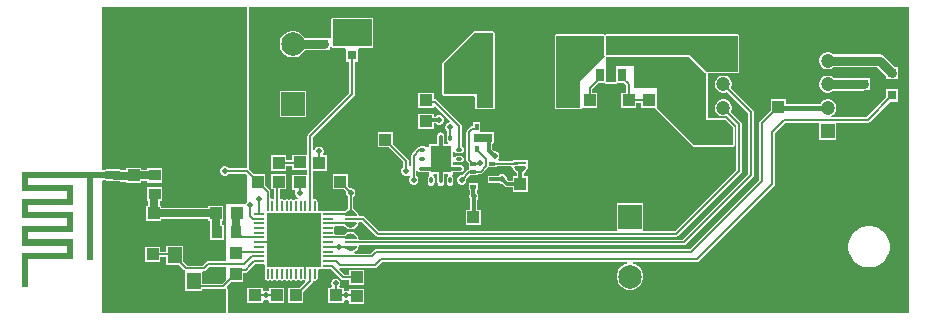
<source format=gtl>
G04*
G04 #@! TF.GenerationSoftware,Altium Limited,Altium Designer,24.7.2 (38)*
G04*
G04 Layer_Physical_Order=1*
G04 Layer_Color=255*
%FSLAX44Y44*%
%MOMM*%
G71*
G04*
G04 #@! TF.SameCoordinates,5F2224E1-EEEE-49E5-A837-5A6DF9339696*
G04*
G04*
G04 #@! TF.FilePolarity,Positive*
G04*
G01*
G75*
%ADD12C,0.2000*%
%ADD15R,1.0000X1.0500*%
%ADD16R,0.5000X0.3500*%
%ADD17R,1.0500X1.0000*%
%ADD18O,0.6500X0.3000*%
%ADD19O,0.3000X0.6500*%
%ADD20R,1.8000X2.3000*%
%ADD21R,1.0000X0.2540*%
G04:AMPARAMS|DCode=22|XSize=1.1mm|YSize=0.6mm|CornerRadius=0.051mm|HoleSize=0mm|Usage=FLASHONLY|Rotation=90.000|XOffset=0mm|YOffset=0mm|HoleType=Round|Shape=RoundedRectangle|*
%AMROUNDEDRECTD22*
21,1,1.1000,0.4980,0,0,90.0*
21,1,0.9980,0.6000,0,0,90.0*
1,1,0.1020,0.2490,0.4990*
1,1,0.1020,0.2490,-0.4990*
1,1,0.1020,-0.2490,-0.4990*
1,1,0.1020,-0.2490,0.4990*
%
%ADD22ROUNDEDRECTD22*%
%ADD23O,0.8500X0.2000*%
%ADD24O,0.2000X0.8500*%
%ADD25R,4.6000X4.6000*%
%ADD26R,0.8000X0.8000*%
%ADD27R,1.1500X1.4000*%
%ADD28R,1.0000X0.9500*%
%ADD29R,1.0000X1.0000*%
%ADD30R,0.9500X1.0000*%
%ADD31R,1.5000X1.1000*%
%ADD32R,1.5000X2.4000*%
%ADD33R,1.1000X1.5000*%
%ADD35C,0.1500*%
%ADD44R,1.6000X0.7000*%
%ADD55R,1.2000X1.2000*%
%ADD56C,1.2000*%
%ADD57C,0.1524*%
%ADD58R,0.3500X0.5500*%
%AMCUSTOMSHAPE59*
4,1,38,0.5080,0.3683,0.5080,-0.3658,-0.3534,-0.3658,-1.0160,-0.2538,-1.7659,-0.2538,-1.7780,-7.1882,-2.2860,-7.1882,-2.2860,-0.2538,-7.2390,-0.2538,-7.2390,-0.8890,-3.4290,-0.8890,-3.4290,-2.5400,-7.2390,-2.5400,-7.2390,-3.1746,-3.4290,-3.1746,-3.4290,-4.8260,-7.2390,-4.8260,-7.2390,-5.4610,-3.4290,-5.4610,-3.4290,-7.1120,-7.2390,-7.1120,-7.2390,-9.5250,-7.7470,-9.5250,-7.7470,-6.6040,-3.9370,-6.6040,-3.9370,-5.9766,-7.7470,-5.9690,-7.7470,-4.3180,-3.9370,-4.3180,-3.9370,-3.6826,-7.7470,-3.6826,-7.7470,-2.0320,-3.9370,-2.0320,-3.9370,-1.3970,-7.7470,-1.3970,-7.7470,0.2542,-1.0160,0.2542,-0.3502,0.3683,0.5080,0.3683,0.0*%
%ADD59CUSTOMSHAPE59*%

%ADD60R,1.5240X10.3820*%
%ADD61R,1.5240X1.8910*%
%ADD62C,0.3000*%
%ADD63C,0.5000*%
%ADD64C,0.3810*%
%ADD65C,0.8000*%
%ADD66C,0.7000*%
%ADD67R,1.9950X1.9950*%
%ADD68C,1.9950*%
%ADD69C,0.5000*%
G36*
X1303020Y1225550D02*
X1270000D01*
Y1248410D01*
X1303020D01*
Y1225550D01*
D02*
G37*
G36*
X1757680Y999490D02*
X1181205D01*
Y1019759D01*
X1181116Y1019973D01*
X1181131Y1020204D01*
X1180922Y1020440D01*
X1180802Y1020731D01*
X1180517Y1021502D01*
X1180647Y1022304D01*
X1184583Y1026240D01*
X1194350D01*
Y1034006D01*
X1196285D01*
X1197171Y1034182D01*
X1197922Y1034683D01*
X1201621Y1038383D01*
X1201787Y1038493D01*
X1204699Y1041405D01*
X1211230D01*
X1211440Y1041447D01*
X1212710Y1040568D01*
Y1037450D01*
X1212710Y1037450D01*
X1212708Y1036181D01*
X1212665Y1035970D01*
Y1029470D01*
X1212842Y1028584D01*
X1213343Y1027833D01*
X1214094Y1027332D01*
X1214980Y1027156D01*
X1215866Y1027332D01*
X1216063Y1027464D01*
X1216980Y1027728D01*
X1217897Y1027464D01*
X1218094Y1027332D01*
X1218980Y1027156D01*
X1219866Y1027332D01*
X1220063Y1027464D01*
X1220980Y1027728D01*
X1221897Y1027464D01*
X1222094Y1027332D01*
X1222980Y1027156D01*
X1223866Y1027332D01*
X1224617Y1027833D01*
X1225343D01*
X1226094Y1027332D01*
X1226980Y1027156D01*
X1227866Y1027332D01*
X1228616Y1027833D01*
X1229343D01*
X1230094Y1027332D01*
X1230980Y1027156D01*
X1231866Y1027332D01*
X1232063Y1027464D01*
X1232980Y1027728D01*
X1233897Y1027464D01*
X1234094Y1027332D01*
X1234980Y1027156D01*
X1235866Y1027332D01*
X1236063Y1027464D01*
X1236980Y1027728D01*
X1237897Y1027464D01*
X1238094Y1027332D01*
X1238980Y1027156D01*
X1239866Y1027332D01*
X1240617Y1027833D01*
X1241343D01*
X1242094Y1027332D01*
X1242980Y1027156D01*
X1243866Y1027332D01*
X1244063Y1027464D01*
X1244980Y1027728D01*
X1245897Y1027464D01*
X1246094Y1027332D01*
X1246151Y1027320D01*
X1246569Y1025942D01*
X1241627Y1021000D01*
X1232110D01*
Y1008460D01*
X1245150D01*
Y1017977D01*
X1252617Y1025443D01*
X1253118Y1026194D01*
X1253164Y1026426D01*
X1253392Y1026648D01*
X1254377Y1027215D01*
X1254565Y1027238D01*
X1254980Y1027156D01*
X1255866Y1027332D01*
X1256617Y1027833D01*
X1257118Y1028584D01*
X1257294Y1029470D01*
Y1035970D01*
X1257253Y1036180D01*
X1258132Y1037450D01*
X1261250D01*
X1261250Y1037450D01*
X1262519Y1037448D01*
X1262730Y1037405D01*
X1268271D01*
X1277343Y1028333D01*
X1278094Y1027832D01*
X1278980Y1027655D01*
X1284050D01*
Y1023450D01*
X1296590D01*
Y1036490D01*
X1284050D01*
Y1032284D01*
X1279939D01*
X1275542Y1036681D01*
X1276167Y1037852D01*
X1276350Y1037815D01*
X1305560D01*
X1306446Y1037992D01*
X1307197Y1038493D01*
X1311599Y1042896D01*
X1519233D01*
X1519400Y1041626D01*
X1517360Y1041079D01*
X1514795Y1039598D01*
X1512702Y1037505D01*
X1511221Y1034940D01*
X1510455Y1032080D01*
Y1029120D01*
X1511221Y1026260D01*
X1512702Y1023695D01*
X1514795Y1021602D01*
X1517360Y1020121D01*
X1520220Y1019355D01*
X1523180D01*
X1526040Y1020121D01*
X1528605Y1021602D01*
X1530698Y1023695D01*
X1532179Y1026260D01*
X1532945Y1029120D01*
Y1032080D01*
X1532179Y1034940D01*
X1530698Y1037505D01*
X1528605Y1039598D01*
X1526040Y1041079D01*
X1523999Y1041626D01*
X1524167Y1042896D01*
X1578610D01*
X1579496Y1043072D01*
X1580247Y1043573D01*
X1643747Y1107073D01*
X1644248Y1107824D01*
X1644424Y1108710D01*
Y1152201D01*
X1653229Y1161005D01*
X1680658D01*
X1681830Y1160770D01*
X1681830Y1159735D01*
Y1146230D01*
X1696370D01*
X1696370Y1160770D01*
X1697543Y1161005D01*
X1722900D01*
X1723786Y1161182D01*
X1724536Y1161683D01*
X1741583Y1178730D01*
X1748850D01*
Y1189270D01*
X1738310D01*
Y1182003D01*
X1721941Y1165635D01*
X1692556D01*
X1692216Y1166905D01*
X1693564Y1167683D01*
X1694917Y1169036D01*
X1695875Y1170694D01*
X1696370Y1172543D01*
Y1174457D01*
X1695875Y1176306D01*
X1694917Y1177964D01*
X1693564Y1179317D01*
X1691906Y1180275D01*
X1690057Y1180770D01*
X1688143D01*
X1686294Y1180275D01*
X1684636Y1179317D01*
X1683283Y1177964D01*
X1682574Y1176737D01*
X1653460D01*
Y1180890D01*
X1640920D01*
Y1171523D01*
X1631583Y1162187D01*
X1631082Y1161436D01*
X1630905Y1160550D01*
Y1112209D01*
X1572571Y1053875D01*
X1306830D01*
X1305944Y1053698D01*
X1305193Y1053197D01*
X1302061Y1050064D01*
X1288595D01*
X1288210Y1051335D01*
X1289910Y1052470D01*
X1291154Y1054333D01*
X1291269Y1054505D01*
X1291269Y1054505D01*
X1291341Y1054613D01*
X1291523Y1055527D01*
X1292080Y1056576D01*
X1292618Y1057206D01*
X1567520D01*
X1568406Y1057382D01*
X1569157Y1057883D01*
X1625967Y1114693D01*
X1626468Y1115444D01*
X1626644Y1116330D01*
Y1169970D01*
X1626468Y1170856D01*
X1625967Y1171607D01*
X1607320Y1190253D01*
X1607575Y1190694D01*
X1608070Y1192543D01*
Y1194457D01*
X1607575Y1196306D01*
X1606617Y1197964D01*
X1605264Y1199317D01*
X1603606Y1200275D01*
X1601757Y1200770D01*
X1599843D01*
X1597994Y1200275D01*
X1596336Y1199317D01*
X1594983Y1197964D01*
X1594025Y1196306D01*
X1593530Y1194457D01*
Y1192543D01*
X1594025Y1190694D01*
X1594983Y1189036D01*
X1596336Y1187683D01*
X1597994Y1186725D01*
X1599843Y1186230D01*
X1601757D01*
X1603606Y1186725D01*
X1604047Y1186980D01*
X1622016Y1169011D01*
Y1117289D01*
X1566561Y1061834D01*
X1292618D01*
X1292080Y1062464D01*
X1291523Y1063513D01*
X1291341Y1064427D01*
X1291154Y1064707D01*
X1289910Y1066570D01*
X1287767Y1068001D01*
X1285240Y1068504D01*
X1282713Y1068001D01*
X1280570Y1066570D01*
X1280213Y1066034D01*
X1272361D01*
X1272130Y1066221D01*
X1271462Y1067305D01*
X1271544Y1067720D01*
X1271368Y1068606D01*
X1270867Y1069357D01*
Y1070083D01*
X1271368Y1070834D01*
X1271544Y1071720D01*
X1271462Y1072135D01*
X1272130Y1073219D01*
X1272361Y1073406D01*
X1279932D01*
X1280570Y1072450D01*
X1282713Y1071019D01*
X1285240Y1070516D01*
X1287767Y1071019D01*
X1289910Y1072450D01*
X1291154Y1074313D01*
X1291215Y1074403D01*
X1291215Y1074403D01*
X1291341Y1074593D01*
X1291523Y1075507D01*
X1292080Y1076556D01*
X1292618Y1077186D01*
X1294441D01*
X1306463Y1065163D01*
X1307214Y1064662D01*
X1308100Y1064485D01*
X1560830D01*
X1561716Y1064662D01*
X1562467Y1065163D01*
X1615807Y1118503D01*
X1616308Y1119254D01*
X1616485Y1120140D01*
Y1160130D01*
X1616308Y1161016D01*
X1615807Y1161767D01*
X1607320Y1170253D01*
X1607575Y1170694D01*
X1608070Y1172543D01*
Y1174457D01*
X1607575Y1176306D01*
X1606617Y1177964D01*
X1605264Y1179317D01*
X1603606Y1180275D01*
X1601757Y1180770D01*
X1599843D01*
X1597994Y1180275D01*
X1596336Y1179317D01*
X1594983Y1177964D01*
X1594025Y1176306D01*
X1593530Y1174457D01*
Y1172543D01*
X1594025Y1170694D01*
X1594983Y1169036D01*
X1596336Y1167683D01*
X1597994Y1166725D01*
X1599843Y1166230D01*
X1601757D01*
X1603606Y1166725D01*
X1604047Y1166980D01*
X1611855Y1159171D01*
Y1121099D01*
X1559871Y1069115D01*
X1533499D01*
X1532945Y1070155D01*
X1532945Y1070385D01*
Y1092645D01*
X1510455D01*
Y1070385D01*
X1510455Y1070155D01*
X1509901Y1069115D01*
X1309059D01*
X1297037Y1081137D01*
X1296286Y1081638D01*
X1295400Y1081814D01*
X1292618D01*
X1292080Y1082444D01*
X1291523Y1083493D01*
X1291341Y1084407D01*
X1291154Y1084687D01*
X1289910Y1086550D01*
X1287767Y1087981D01*
X1287554Y1088024D01*
Y1098331D01*
X1288665Y1099442D01*
X1289280Y1100926D01*
Y1102534D01*
X1288665Y1104018D01*
X1287529Y1105155D01*
X1286044Y1105770D01*
X1284473D01*
X1282620Y1107623D01*
Y1117390D01*
X1270080D01*
Y1104350D01*
X1279347D01*
X1281200Y1102497D01*
Y1100926D01*
X1281815Y1099442D01*
X1282926Y1098331D01*
Y1088024D01*
X1282713Y1087981D01*
X1280570Y1086550D01*
X1280226Y1086034D01*
X1262730D01*
X1262519Y1085993D01*
X1261250Y1085990D01*
X1261250Y1085990D01*
X1261250Y1085990D01*
X1258132D01*
X1257253Y1087260D01*
X1257294Y1087470D01*
Y1093970D01*
X1257118Y1094856D01*
X1256617Y1095607D01*
X1255866Y1096108D01*
X1254980Y1096284D01*
X1254565Y1096202D01*
X1253481Y1096870D01*
X1253295Y1097101D01*
Y1120350D01*
X1264840D01*
Y1133390D01*
X1262683D01*
X1262119Y1134660D01*
X1262610Y1135846D01*
Y1137454D01*
X1261995Y1138939D01*
X1260859Y1140075D01*
X1259374Y1140690D01*
X1257766D01*
X1256282Y1140075D01*
X1255145Y1138939D01*
X1254530Y1137454D01*
X1253295Y1137537D01*
Y1148421D01*
X1288017Y1183143D01*
X1288518Y1183894D01*
X1288694Y1184780D01*
Y1212650D01*
X1291650D01*
Y1222905D01*
X1291650Y1223190D01*
X1292337Y1224175D01*
X1303020D01*
X1303992Y1224578D01*
X1304395Y1225550D01*
Y1248410D01*
X1303992Y1249382D01*
X1303020Y1249785D01*
X1270000D01*
X1269028Y1249382D01*
X1268625Y1248410D01*
Y1233401D01*
X1267650Y1232690D01*
X1267355Y1232690D01*
X1262899D01*
X1262380Y1232793D01*
X1246171D01*
X1245298Y1234305D01*
X1243205Y1236398D01*
X1240640Y1237879D01*
X1237781Y1238645D01*
X1234820D01*
X1231960Y1237879D01*
X1229395Y1236398D01*
X1227302Y1234305D01*
X1225821Y1231740D01*
X1225055Y1228880D01*
Y1225920D01*
X1225821Y1223060D01*
X1227302Y1220495D01*
X1229395Y1218402D01*
X1231960Y1216921D01*
X1234820Y1216155D01*
X1237781D01*
X1240640Y1216921D01*
X1243205Y1218402D01*
X1245298Y1220495D01*
X1246194Y1222047D01*
X1262380D01*
X1262899Y1222150D01*
X1267650D01*
Y1224586D01*
X1268920Y1224839D01*
X1269028Y1224578D01*
X1270000Y1224175D01*
X1280423D01*
X1281110Y1223190D01*
X1281110Y1222905D01*
Y1212650D01*
X1284066D01*
Y1185739D01*
X1249343Y1151017D01*
X1248842Y1150266D01*
X1248665Y1149380D01*
Y1134771D01*
X1248330Y1133640D01*
X1247395Y1133640D01*
X1235790D01*
Y1129184D01*
X1230550D01*
Y1133390D01*
X1218010D01*
Y1120350D01*
X1230550D01*
Y1124556D01*
X1235790D01*
Y1121100D01*
X1248330Y1121100D01*
X1248665Y1119969D01*
Y1117771D01*
X1248330Y1116640D01*
X1247395Y1116640D01*
X1235790D01*
Y1104100D01*
X1237697D01*
X1238408Y1102830D01*
X1238020Y1101894D01*
Y1100286D01*
X1238635Y1098801D01*
X1239771Y1097665D01*
X1240197Y1097489D01*
X1240439Y1097129D01*
X1240482Y1096349D01*
X1239866Y1096108D01*
X1238980Y1096284D01*
X1238094Y1096108D01*
X1237343Y1095607D01*
X1236617D01*
X1235866Y1096108D01*
X1234980Y1096284D01*
X1234094Y1096108D01*
X1233344Y1095607D01*
X1232617D01*
X1231866Y1096108D01*
X1230980Y1096284D01*
X1230094Y1096108D01*
X1229343Y1095607D01*
X1228616D01*
X1227866Y1096108D01*
X1226980Y1096284D01*
X1226564Y1096202D01*
X1225481Y1096870D01*
X1225294Y1097101D01*
Y1104350D01*
X1230550D01*
Y1117390D01*
X1218010D01*
Y1104350D01*
X1220666D01*
Y1097101D01*
X1220479Y1096870D01*
X1219396Y1096202D01*
X1218980Y1096284D01*
X1218565Y1096202D01*
X1217480Y1096870D01*
X1217294Y1097101D01*
Y1102140D01*
X1217118Y1103026D01*
X1216617Y1103777D01*
X1212770Y1107623D01*
Y1117390D01*
X1203253D01*
X1198867Y1121777D01*
X1198638Y1121929D01*
X1198760Y1122223D01*
X1198978Y1122632D01*
X1198957Y1122700D01*
X1198985Y1122766D01*
Y1258570D01*
X1757680D01*
Y999490D01*
D02*
G37*
G36*
X1197610Y1122766D02*
X1197230Y1122455D01*
X1181959D01*
X1180848Y1123565D01*
X1179364Y1124180D01*
X1177756D01*
X1176272Y1123565D01*
X1175135Y1122429D01*
X1174520Y1120944D01*
Y1119336D01*
X1175135Y1117851D01*
X1176272Y1116715D01*
X1177756Y1116100D01*
X1179364D01*
X1180848Y1116715D01*
X1181959Y1117825D01*
X1196271D01*
X1197610Y1116487D01*
Y1094103D01*
X1196725Y1093219D01*
X1196303Y1092200D01*
X1179830D01*
Y1043715D01*
X1164590D01*
X1163704Y1043538D01*
X1162953Y1043037D01*
X1159821Y1039904D01*
X1146979D01*
X1143290Y1043593D01*
Y1056860D01*
X1129250D01*
Y1051714D01*
X1123870D01*
Y1055920D01*
X1111330D01*
Y1042880D01*
X1123870D01*
Y1047085D01*
X1129250D01*
Y1040320D01*
X1140017D01*
X1144383Y1035953D01*
X1144552Y1035841D01*
X1145250Y1034860D01*
Y1018320D01*
X1159290D01*
Y1020035D01*
X1177420D01*
X1178306Y1020212D01*
X1178560Y1020382D01*
X1179830Y1019759D01*
Y999490D01*
X1074420D01*
Y1111414D01*
X1075390Y1112234D01*
X1080817Y1111317D01*
X1080935Y1111344D01*
X1081046Y1111298D01*
X1084526D01*
X1085915Y1111022D01*
X1095265D01*
Y1109745D01*
X1107805D01*
Y1111402D01*
X1113045D01*
Y1110245D01*
X1125585D01*
Y1122285D01*
X1113045D01*
Y1121128D01*
X1107805D01*
Y1122785D01*
X1095265D01*
Y1120748D01*
X1090730D01*
X1090632Y1120985D01*
X1089660Y1121388D01*
X1081078D01*
X1080965Y1121341D01*
X1080845Y1121368D01*
X1075391Y1120433D01*
X1074420Y1121252D01*
Y1258570D01*
X1197610D01*
Y1122766D01*
D02*
G37*
G36*
X1179830Y1028033D02*
X1176461Y1024665D01*
X1159290D01*
Y1034860D01*
X1160388Y1035275D01*
X1160780D01*
X1161666Y1035452D01*
X1162417Y1035953D01*
X1165549Y1039085D01*
X1179830D01*
Y1028033D01*
D02*
G37*
%LPC*%
G36*
X1612900Y1235815D02*
X1501140D01*
X1500453Y1235530D01*
X1499765Y1235815D01*
X1459230D01*
X1458258Y1235412D01*
X1457855Y1234440D01*
Y1173480D01*
X1458258Y1172508D01*
X1459230Y1172105D01*
X1479550D01*
X1480522Y1172508D01*
X1481030Y1173560D01*
X1494070D01*
Y1186100D01*
X1489865D01*
Y1189401D01*
X1495078Y1194615D01*
X1498600D01*
X1499294Y1194753D01*
X1499983Y1194544D01*
X1500168Y1194098D01*
X1501140Y1193695D01*
X1510030D01*
X1511002Y1194098D01*
X1511926Y1194753D01*
X1512620Y1194615D01*
X1516142D01*
X1518255Y1192501D01*
Y1186100D01*
X1514050D01*
Y1173560D01*
X1527090D01*
Y1177515D01*
X1531070D01*
Y1173560D01*
X1541772D01*
X1542945Y1173480D01*
X1543348Y1172508D01*
X1575098Y1140758D01*
X1576070Y1140355D01*
X1576070Y1140355D01*
X1609090D01*
X1610062Y1140758D01*
X1610465Y1141730D01*
Y1156970D01*
X1610062Y1157942D01*
X1610062Y1157942D01*
X1603712Y1164292D01*
X1602740Y1164695D01*
X1602740Y1164695D01*
X1587605D01*
Y1202585D01*
X1587605Y1202585D01*
X1612900D01*
X1613872Y1202988D01*
X1614275Y1203960D01*
Y1234440D01*
X1613872Y1235412D01*
X1612900Y1235815D01*
D02*
G37*
G36*
X1690057Y1220770D02*
X1688143D01*
X1686294Y1220275D01*
X1684636Y1219317D01*
X1683283Y1217964D01*
X1682325Y1216306D01*
X1681830Y1214457D01*
Y1212543D01*
X1682325Y1210694D01*
X1683283Y1209036D01*
X1684636Y1207683D01*
X1686294Y1206725D01*
X1688143Y1206230D01*
X1690057D01*
X1691906Y1206725D01*
X1693564Y1207683D01*
X1694008Y1208127D01*
X1730854D01*
X1738310Y1200671D01*
Y1197730D01*
X1743061D01*
X1743580Y1197627D01*
X1744099Y1197730D01*
X1748850D01*
Y1202481D01*
X1748953Y1203000D01*
X1748850Y1203519D01*
Y1208270D01*
X1745909D01*
X1736879Y1217299D01*
X1735136Y1218464D01*
X1733080Y1218873D01*
X1694008D01*
X1693564Y1219317D01*
X1691906Y1220275D01*
X1690057Y1220770D01*
D02*
G37*
G36*
Y1200770D02*
X1688143D01*
X1686294Y1200275D01*
X1684636Y1199317D01*
X1683283Y1197964D01*
X1682325Y1196306D01*
X1681830Y1194457D01*
Y1192543D01*
X1682325Y1190694D01*
X1683283Y1189036D01*
X1684636Y1187683D01*
X1686294Y1186725D01*
X1688143Y1186230D01*
X1690057D01*
X1691906Y1186725D01*
X1693564Y1187683D01*
X1694008Y1188127D01*
X1719580D01*
X1720099Y1188230D01*
X1724850D01*
Y1192981D01*
X1724953Y1193500D01*
X1724850Y1194019D01*
Y1198770D01*
X1720099D01*
X1719580Y1198873D01*
X1694008D01*
X1693564Y1199317D01*
X1691906Y1200275D01*
X1690057Y1200770D01*
D02*
G37*
G36*
X1389380Y1238355D02*
X1388408Y1237952D01*
Y1237952D01*
X1363008Y1212552D01*
X1362605Y1211580D01*
X1362605Y1211580D01*
Y1185745D01*
X1362607Y1185742D01*
X1362605Y1185739D01*
X1362808Y1185256D01*
X1363008Y1184773D01*
X1363011Y1184771D01*
X1363012Y1184769D01*
X1363913Y1183874D01*
X1363916Y1183873D01*
X1363917Y1183870D01*
X1364402Y1183674D01*
X1364887Y1183475D01*
X1364890Y1183477D01*
X1364892Y1183475D01*
X1389644Y1183671D01*
X1390545Y1182776D01*
Y1173529D01*
X1390948Y1172557D01*
X1391920Y1172155D01*
X1405890D01*
X1406862Y1172557D01*
X1407265Y1173529D01*
Y1184973D01*
Y1236980D01*
X1406862Y1237952D01*
X1405890Y1238355D01*
X1389380D01*
X1389380Y1238355D01*
D02*
G37*
G36*
X1247545Y1187845D02*
X1225055D01*
Y1165355D01*
X1247545D01*
Y1187845D01*
D02*
G37*
G36*
X1355640Y1168320D02*
X1342600D01*
Y1155780D01*
X1355640D01*
Y1160496D01*
X1357281D01*
X1357881Y1159895D01*
X1359366Y1159280D01*
X1360974D01*
X1362458Y1159895D01*
X1363595Y1161031D01*
X1364210Y1162516D01*
Y1164124D01*
X1363595Y1165609D01*
X1362458Y1166745D01*
X1360974Y1167360D01*
X1359366D01*
X1357881Y1166745D01*
X1357281Y1166144D01*
X1355640D01*
Y1168320D01*
D02*
G37*
G36*
Y1186100D02*
X1342600D01*
Y1173560D01*
X1355640D01*
Y1174348D01*
X1356813Y1174834D01*
X1369367Y1162280D01*
X1368841Y1161010D01*
X1368256D01*
X1366772Y1160395D01*
X1365635Y1159258D01*
X1365020Y1157774D01*
Y1156166D01*
X1365635Y1154681D01*
X1366772Y1153545D01*
X1366935Y1153477D01*
Y1151068D01*
X1366831Y1150911D01*
X1366616Y1149830D01*
Y1146330D01*
X1366831Y1145249D01*
X1367443Y1144333D01*
X1367762Y1144120D01*
X1367376Y1142850D01*
X1364264D01*
Y1149830D01*
X1364049Y1150911D01*
X1363437Y1151827D01*
X1362521Y1152439D01*
X1361440Y1152654D01*
X1360359Y1152439D01*
X1359443Y1151827D01*
X1358831Y1150911D01*
X1358616Y1149830D01*
Y1142850D01*
X1351170D01*
Y1140144D01*
X1349900Y1139758D01*
X1349687Y1140077D01*
X1348771Y1140689D01*
X1347690Y1140904D01*
X1344190D01*
X1343109Y1140689D01*
X1342193Y1140077D01*
X1341581Y1139161D01*
X1341569Y1139102D01*
X1336943Y1134477D01*
X1336442Y1133726D01*
X1336266Y1132840D01*
Y1124603D01*
X1334996Y1123952D01*
X1334545Y1124276D01*
Y1128400D01*
X1334368Y1129286D01*
X1333867Y1130037D01*
X1320720Y1143183D01*
Y1152950D01*
X1308180D01*
Y1139910D01*
X1317447D01*
X1329915Y1127441D01*
Y1123539D01*
X1328805Y1122429D01*
X1328190Y1120944D01*
Y1119336D01*
X1328805Y1117851D01*
X1329942Y1116715D01*
X1331426Y1116100D01*
X1333034D01*
X1334389Y1116662D01*
X1334705Y1116629D01*
X1335746Y1116146D01*
X1335839Y1115493D01*
X1335155Y1114809D01*
X1334540Y1113324D01*
Y1111716D01*
X1335155Y1110231D01*
X1336292Y1109095D01*
X1337776Y1108480D01*
X1339384D01*
X1340869Y1109095D01*
X1342005Y1110231D01*
X1342620Y1111716D01*
Y1113324D01*
X1342005Y1114809D01*
X1340894Y1115919D01*
Y1119740D01*
X1342164Y1120126D01*
X1342193Y1120083D01*
X1343109Y1119471D01*
X1344190Y1119256D01*
X1351170D01*
Y1117310D01*
X1351376D01*
X1351761Y1116040D01*
X1351443Y1115827D01*
X1350831Y1114911D01*
X1350616Y1113830D01*
Y1110330D01*
X1350831Y1109249D01*
X1351443Y1108333D01*
X1352359Y1107721D01*
X1353440Y1107506D01*
X1354521Y1107721D01*
X1355437Y1108333D01*
X1356049Y1109249D01*
X1356264Y1110330D01*
Y1113830D01*
X1356049Y1114911D01*
X1355437Y1115827D01*
X1355118Y1116040D01*
X1355504Y1117310D01*
X1358616D01*
Y1110330D01*
X1358831Y1109249D01*
X1359443Y1108333D01*
X1360359Y1107721D01*
X1361440Y1107506D01*
X1362521Y1107721D01*
X1363437Y1108333D01*
X1364049Y1109249D01*
X1364264Y1110330D01*
Y1117310D01*
X1367376D01*
X1367762Y1116040D01*
X1367443Y1115827D01*
X1366831Y1114911D01*
X1366616Y1113830D01*
Y1110330D01*
X1366831Y1109249D01*
X1367443Y1108333D01*
X1368359Y1107721D01*
X1369440Y1107506D01*
X1370521Y1107721D01*
X1371437Y1108333D01*
X1372049Y1109249D01*
X1372264Y1110330D01*
Y1113830D01*
X1372049Y1114911D01*
X1371437Y1115827D01*
X1371118Y1116040D01*
X1371504Y1117310D01*
X1371710D01*
Y1119256D01*
X1378690D01*
X1379771Y1119471D01*
X1380687Y1120083D01*
X1381299Y1120999D01*
X1381514Y1122080D01*
X1381299Y1123161D01*
X1380687Y1124077D01*
X1379771Y1124689D01*
X1378690Y1124904D01*
X1371710D01*
Y1128016D01*
X1372980Y1128402D01*
X1373193Y1128083D01*
X1374109Y1127471D01*
X1375190Y1127256D01*
X1378690D01*
X1379771Y1127471D01*
X1380687Y1128083D01*
X1381299Y1128999D01*
X1381514Y1130080D01*
X1381299Y1131161D01*
X1380687Y1132077D01*
X1379771Y1132689D01*
X1378690Y1132904D01*
X1375190D01*
X1374109Y1132689D01*
X1373193Y1132077D01*
X1372980Y1131758D01*
X1371710Y1132144D01*
Y1136016D01*
X1372980Y1136402D01*
X1373193Y1136083D01*
X1374109Y1135471D01*
X1375190Y1135256D01*
X1378690D01*
X1379771Y1135471D01*
X1380687Y1136083D01*
X1381299Y1136999D01*
X1381514Y1138080D01*
X1381299Y1139161D01*
X1380687Y1140077D01*
X1379771Y1140689D01*
X1379254Y1140792D01*
Y1157980D01*
X1379078Y1158866D01*
X1378577Y1159617D01*
X1357997Y1180197D01*
X1357246Y1180698D01*
X1356360Y1180874D01*
X1355640D01*
Y1186100D01*
D02*
G37*
G36*
X1395020Y1161350D02*
X1388980D01*
Y1157895D01*
X1387990D01*
X1387104Y1157718D01*
X1386353Y1157217D01*
X1383933Y1154797D01*
X1383432Y1154046D01*
X1383255Y1153160D01*
Y1129510D01*
X1383432Y1128624D01*
X1383933Y1127873D01*
X1385230Y1126577D01*
Y1123870D01*
X1385230Y1123060D01*
X1385230D01*
Y1122600D01*
X1385230D01*
Y1121085D01*
X1384644Y1120968D01*
X1383893Y1120467D01*
X1379987Y1116560D01*
X1378416D01*
X1376931Y1115945D01*
X1375795Y1114809D01*
X1375180Y1113324D01*
Y1111716D01*
X1375795Y1110231D01*
X1376931Y1109095D01*
X1378416Y1108480D01*
X1380024D01*
X1381508Y1109095D01*
X1382645Y1110231D01*
X1383260Y1111716D01*
Y1113287D01*
X1386489Y1116516D01*
X1388250D01*
X1388474Y1116560D01*
X1392770D01*
Y1117265D01*
X1395170D01*
X1396056Y1117442D01*
X1396807Y1117943D01*
X1401177Y1122313D01*
X1401675Y1123060D01*
X1408770D01*
Y1123970D01*
X1421270D01*
X1421826Y1123483D01*
X1422467Y1122497D01*
X1422649Y1121583D01*
X1422836Y1121303D01*
X1424080Y1119440D01*
X1425926Y1118207D01*
Y1115610D01*
X1422480D01*
Y1111914D01*
X1418665D01*
X1417545Y1113034D01*
Y1113884D01*
X1416930Y1115368D01*
X1415793Y1116505D01*
X1414309Y1117120D01*
X1412701D01*
X1411216Y1116505D01*
X1410616Y1115904D01*
X1408770D01*
Y1116100D01*
X1401230D01*
Y1110060D01*
X1404477D01*
X1404750Y1110006D01*
X1405023Y1110060D01*
X1408770D01*
Y1110256D01*
X1410616D01*
X1411216Y1109655D01*
X1412701Y1109040D01*
X1413551D01*
X1415498Y1107093D01*
X1416414Y1106481D01*
X1417495Y1106266D01*
X1422480D01*
Y1102570D01*
X1435020D01*
Y1115610D01*
X1431574D01*
Y1118207D01*
X1433420Y1119440D01*
X1434664Y1121303D01*
X1434851Y1121583D01*
X1435033Y1122497D01*
X1435027Y1122498D01*
X1435127Y1123005D01*
X1435020Y1123950D01*
X1435020Y1123950D01*
Y1129030D01*
X1422480D01*
Y1128599D01*
X1410429D01*
X1409903Y1129870D01*
X1410585Y1130552D01*
X1411200Y1132036D01*
Y1133644D01*
X1410585Y1135128D01*
X1409449Y1136265D01*
X1407964Y1136880D01*
X1406944D01*
X1405020Y1138804D01*
Y1142850D01*
X1406099Y1143310D01*
X1406270D01*
Y1152850D01*
X1396100D01*
X1395020Y1153310D01*
Y1161350D01*
D02*
G37*
G36*
X1392770Y1109600D02*
X1385230D01*
Y1103560D01*
X1386366D01*
Y1101249D01*
X1385955Y1100838D01*
X1385340Y1099354D01*
Y1097746D01*
X1385955Y1096262D01*
X1386556Y1095661D01*
Y1087040D01*
X1382480D01*
Y1074500D01*
X1395520D01*
Y1087040D01*
X1392204D01*
Y1095661D01*
X1392805Y1096262D01*
X1393420Y1097746D01*
Y1099354D01*
X1392805Y1100838D01*
X1392014Y1101629D01*
Y1103560D01*
X1392770D01*
Y1109600D01*
D02*
G37*
G36*
X1725927Y1073540D02*
X1722473D01*
X1719084Y1072866D01*
X1715892Y1071544D01*
X1713019Y1069624D01*
X1710576Y1067181D01*
X1708656Y1064308D01*
X1707334Y1061116D01*
X1706660Y1057728D01*
Y1054273D01*
X1707334Y1050884D01*
X1708656Y1047692D01*
X1710576Y1044819D01*
X1713019Y1042376D01*
X1715892Y1040456D01*
X1719084Y1039134D01*
X1722473Y1038460D01*
X1725927D01*
X1729316Y1039134D01*
X1732508Y1040456D01*
X1735381Y1042376D01*
X1737824Y1044819D01*
X1739744Y1047692D01*
X1741066Y1050884D01*
X1741740Y1054273D01*
Y1057728D01*
X1741066Y1061116D01*
X1739744Y1064308D01*
X1737824Y1067181D01*
X1735381Y1069624D01*
X1732508Y1071544D01*
X1729316Y1072866D01*
X1725927Y1073540D01*
D02*
G37*
G36*
X1229150Y1021000D02*
X1216110D01*
Y1019390D01*
X1214840Y1018542D01*
X1214289Y1018770D01*
X1212681D01*
X1212130Y1018542D01*
X1210860Y1019390D01*
Y1021000D01*
X1197820D01*
Y1008460D01*
X1210860D01*
Y1010070D01*
X1212130Y1010918D01*
X1212681Y1010690D01*
X1214289D01*
X1214840Y1010918D01*
X1216110Y1010070D01*
Y1008460D01*
X1229150D01*
Y1021000D01*
D02*
G37*
G36*
X1273344Y1028930D02*
X1271736D01*
X1270251Y1028315D01*
X1269115Y1027178D01*
X1268500Y1025694D01*
Y1024086D01*
X1269115Y1022601D01*
X1269447Y1022270D01*
X1268921Y1021000D01*
X1266400D01*
Y1008460D01*
X1279440D01*
Y1010024D01*
X1280436Y1010690D01*
X1282044D01*
X1282780Y1010995D01*
X1284050Y1010167D01*
Y1007450D01*
X1296590D01*
Y1020490D01*
X1284050D01*
Y1019293D01*
X1282780Y1018465D01*
X1282044Y1018770D01*
X1280436D01*
X1279440Y1019436D01*
Y1021000D01*
X1276159D01*
X1275633Y1022270D01*
X1275965Y1022601D01*
X1276580Y1024086D01*
Y1025694D01*
X1275965Y1027178D01*
X1274828Y1028315D01*
X1273344Y1028930D01*
D02*
G37*
%LPD*%
G36*
X1612900Y1203960D02*
X1586230D01*
X1572260Y1217930D01*
X1501140D01*
Y1234440D01*
X1612900D01*
Y1203960D01*
D02*
G37*
G36*
X1499765Y1217930D02*
X1500168Y1216958D01*
X1479550Y1196340D01*
Y1173480D01*
X1459230D01*
Y1234440D01*
X1499765D01*
Y1217930D01*
D02*
G37*
G36*
X1585258Y1202988D02*
X1586230Y1202585D01*
Y1163320D01*
X1602740D01*
X1609090Y1156970D01*
Y1141730D01*
X1576070D01*
X1544320Y1173480D01*
Y1189990D01*
X1525270D01*
Y1209040D01*
X1510030D01*
Y1195070D01*
X1501140D01*
Y1215986D01*
X1501245Y1216238D01*
X1501438Y1216432D01*
Y1216555D01*
X1571691D01*
X1585258Y1202988D01*
D02*
G37*
G36*
X1405890Y1184973D02*
Y1173529D01*
X1391920D01*
Y1185064D01*
X1364882Y1184850D01*
X1363980Y1185745D01*
Y1211580D01*
X1389380Y1236980D01*
X1405890D01*
Y1184973D01*
D02*
G37*
%LPC*%
G36*
X1125585Y1106285D02*
X1113045D01*
Y1094245D01*
X1114007D01*
Y1090405D01*
X1111905D01*
Y1077865D01*
X1124945D01*
Y1079304D01*
X1164670D01*
Y1077680D01*
X1166522D01*
Y1074340D01*
X1165810D01*
Y1061800D01*
X1177850D01*
Y1074340D01*
X1176248D01*
Y1077680D01*
X1177210D01*
Y1090720D01*
X1164670D01*
Y1089031D01*
X1124945D01*
Y1090405D01*
X1123733D01*
Y1094245D01*
X1125585D01*
Y1106285D01*
D02*
G37*
%LPD*%
G36*
G01X1433055Y1123005D02*
G02X1428750Y1120410I-3450J855D01*
G02X1424445Y1123005I-855J3450D01*
G02X1428750Y1122410I1855J-2450D01*
G02X1433055Y1123005I2450J-1855D01*
D02*
G37*
G36*
G01Y1129976D02*
G02X1428750Y1130570I-1855J2450D01*
G02X1424445Y1129976I-2450J1855D01*
G02X1428750Y1132570I3450J-855D01*
G02X1433055Y1129976I856J-3449D01*
D02*
G37*
G36*
G01X1280935Y1056034D02*
G02X1285240Y1055440I1855J-2450D01*
G02X1289545Y1056034I2450J-1855D01*
G02X1285240Y1053440I-3450J855D01*
G02X1280935Y1056034I-856J3449D01*
D02*
G37*
G36*
G01Y1063006D02*
G02X1285240Y1065600I3450J-855D01*
G02X1289545Y1063006I855J-3450D01*
G02X1285240Y1063600I-1855J2450D01*
G02X1280935Y1063006I-2450J1855D01*
D02*
G37*
G36*
G01X1289545Y1082986D02*
G02X1285240Y1083580I-1855J2450D01*
G02X1280935Y1082986I-2450J1855D01*
G02X1285240Y1085580I3450J-855D01*
G02X1289545Y1082986I856J-3449D01*
D02*
G37*
G36*
G01Y1076014D02*
G02X1285240Y1073420I-3450J855D01*
G02X1280935Y1076014I-855J3450D01*
G02X1285240Y1075420I1855J-2450D01*
G02X1289545Y1076014I2450J-1855D01*
D02*
G37*
D12*
X1356360Y1178560D02*
X1376940Y1157980D01*
X1349120Y1178560D02*
X1356360D01*
X1376940Y1138080D02*
Y1157980D01*
X1276350Y1040130D02*
X1305560D01*
X1272760Y1043720D02*
X1276350Y1040130D01*
X1305560D02*
X1310640Y1045210D01*
X1265980Y1043720D02*
X1272760D01*
X1314450Y1146180D02*
Y1146430D01*
Y1146180D02*
X1332230Y1128400D01*
Y1120140D02*
Y1128400D01*
X1426005Y1126285D02*
X1426210Y1126490D01*
X1405205Y1126285D02*
X1426005D01*
X1405000Y1126080D02*
X1405205Y1126285D01*
X1392000Y1137830D02*
Y1138830D01*
Y1137830D02*
X1399540Y1130290D01*
Y1123950D02*
Y1130290D01*
X1395170Y1119580D02*
X1399540Y1123950D01*
X1389000Y1119580D02*
X1395170D01*
X1369250Y1148270D02*
Y1156780D01*
Y1148270D02*
X1369440Y1148080D01*
X1369060Y1156970D02*
X1369250Y1156780D01*
X1385570Y1129510D02*
Y1153160D01*
Y1129510D02*
X1387500Y1127580D01*
Y1126830D02*
Y1127580D01*
Y1126830D02*
X1388250Y1126080D01*
X1389000D01*
X1391250Y1155580D02*
X1392000Y1156330D01*
X1385570Y1153160D02*
X1387990Y1155580D01*
X1392000Y1156330D02*
Y1157330D01*
X1387990Y1155580D02*
X1391250D01*
X1389205Y1126285D02*
X1394255D01*
X1389000Y1126080D02*
X1389205Y1126285D01*
X1394255D02*
X1394460Y1126490D01*
X1378184Y1138080D02*
X1378646Y1138542D01*
X1388250Y1118830D02*
X1389000Y1119580D01*
X1385530Y1118830D02*
X1388250D01*
X1379220Y1112520D02*
X1385530Y1118830D01*
X1369440Y1148080D02*
Y1149830D01*
X1338580Y1132840D02*
X1343320Y1137580D01*
X1573530Y1051560D02*
X1633220Y1111250D01*
X1306830Y1051560D02*
X1573530D01*
X1303020Y1047750D02*
X1306830Y1051560D01*
X1178560Y1120140D02*
X1197230D01*
X1203250Y1114370D02*
X1206500Y1111120D01*
X1197230Y1120140D02*
X1203000Y1114370D01*
X1206500Y1110870D02*
Y1111120D01*
X1203000Y1114370D02*
X1203250D01*
X1200150Y1082040D02*
Y1090930D01*
X1207770Y1083720D02*
Y1096010D01*
Y1083720D02*
X1207980D01*
X1200150Y1082040D02*
X1202470Y1079720D01*
X1207980D01*
X1204340Y1014730D02*
X1222630D01*
X1207980Y1059720D02*
X1234980D01*
X1272920Y1014730D02*
X1289560D01*
X1275000Y1055720D02*
X1281028D01*
X1265980D02*
X1275000D01*
X1265980Y1063720D02*
X1281185D01*
X1284360D01*
X1338580Y1112520D02*
Y1132840D01*
X1285240Y1086325D02*
Y1101730D01*
X1289560Y1014730D02*
X1290320Y1013970D01*
X1272540Y1015110D02*
Y1024890D01*
Y1015110D02*
X1272920Y1014730D01*
X1250980Y1149380D02*
X1286380Y1184780D01*
Y1217920D01*
X1250980Y1090720D02*
Y1149380D01*
X1242060Y1101090D02*
Y1110370D01*
X1258570Y1126870D02*
Y1136650D01*
X1124016Y1026734D02*
X1125916D01*
X1126490Y1026160D01*
X1117600Y1033150D02*
Y1033400D01*
Y1033150D02*
X1124016Y1026734D01*
X1126490Y1026160D02*
X1135840D01*
X1136270Y1026590D01*
X1162060Y1032510D02*
X1171830D01*
X1162050Y1049020D02*
X1170560D01*
X1171830Y1050290D01*
X1152270Y1048590D02*
X1152700Y1049020D01*
X1162050D01*
X1285240Y1084580D02*
Y1086325D01*
X1276350Y1110620D02*
X1285240Y1101730D01*
X1276350Y1110620D02*
Y1110870D01*
X1310640Y1045210D02*
X1578610D01*
X1273260Y1047750D02*
X1303020D01*
X1285240Y1079500D02*
X1295400D01*
X1308100Y1066800D02*
X1560830D01*
X1295400Y1079500D02*
X1308100Y1066800D01*
X1269230Y1039720D02*
X1278980Y1029970D01*
X1265980Y1039720D02*
X1269230D01*
X1278980Y1029970D02*
X1290320D01*
X1578610Y1045210D02*
X1642110Y1108710D01*
X1285240Y1059520D02*
X1567520D01*
X1624330Y1116330D01*
X1560830Y1066800D02*
X1614170Y1120140D01*
X1250980Y1027080D02*
Y1032720D01*
X1238630Y1014730D02*
X1238880D01*
X1242880Y1018730D01*
Y1018980D01*
X1250980Y1027080D01*
X1722900Y1163320D02*
X1743580Y1184000D01*
X1652270Y1163320D02*
X1722900D01*
X1642110Y1153160D02*
X1652270Y1163320D01*
X1642110Y1108710D02*
Y1153160D01*
X1265980Y1047720D02*
X1273230D01*
X1273260Y1047750D01*
X1633220Y1111250D02*
Y1160550D01*
X1645920Y1173250D01*
Y1173500D01*
X1234980Y1059720D02*
X1236980Y1061720D01*
X1242480Y1056220D02*
X1246980Y1051720D01*
X1236980Y1061720D02*
X1242480Y1056220D01*
X1246980Y1032720D02*
Y1051720D01*
X1471550Y1213020D02*
X1473920Y1215390D01*
X1487550Y1190360D02*
X1496110Y1198920D01*
X1487550Y1179830D02*
Y1190360D01*
X1496110Y1198920D02*
Y1201420D01*
X1520570Y1179830D02*
X1537590D01*
X1520570D02*
Y1193460D01*
X1515110Y1198920D02*
X1520570Y1193460D01*
X1515110Y1198920D02*
Y1201420D01*
X1284360Y1063720D02*
X1285240Y1064600D01*
X1600800Y1193500D02*
X1624330Y1169970D01*
Y1116330D02*
Y1169970D01*
X1600800Y1173500D02*
X1614170Y1160130D01*
Y1120140D02*
Y1160130D01*
X1281021Y1075720D02*
X1283940D01*
X1265980D02*
X1281021D01*
X1283940D02*
X1285240Y1074420D01*
X1265980Y1083720D02*
X1281194D01*
X1189990Y1066800D02*
X1193070Y1063720D01*
X1207980D01*
X1152270Y1026590D02*
X1156510Y1022350D01*
X1177420D01*
X1187580Y1032510D01*
X1191640Y1036320D02*
X1196285D01*
X1200095Y1040130D01*
X1187830Y1032510D02*
X1191640Y1036320D01*
X1187580Y1032510D02*
X1187830D01*
X1200095Y1040130D02*
X1200150D01*
X1164590Y1041400D02*
X1195070D01*
X1200150Y1040130D02*
X1203740Y1043720D01*
X1201390Y1047720D02*
X1207980D01*
X1203740Y1043720D02*
X1207980D01*
X1195070Y1041400D02*
X1201390Y1047720D01*
X1187830Y1050290D02*
X1189260Y1051720D01*
X1207980D01*
X1160780Y1037590D02*
X1164590Y1041400D01*
X1146020Y1037590D02*
X1160780D01*
X1136270Y1047340D02*
X1146020Y1037590D01*
X1136270Y1047340D02*
Y1048590D01*
X1135460Y1049400D02*
X1136270Y1048590D01*
X1117600Y1049400D02*
X1135460D01*
X1224280Y1126870D02*
X1241560D01*
X1242060Y1127370D01*
X1206500Y1110620D02*
X1214980Y1102140D01*
X1206500Y1110620D02*
Y1110870D01*
X1214980Y1090720D02*
Y1102140D01*
X1222980Y1090720D02*
Y1109570D01*
X1224280Y1110870D01*
D15*
X1428750Y1109090D02*
D03*
Y1093090D02*
D03*
X1101535Y1116265D02*
D03*
Y1100265D02*
D03*
X1117600Y1049400D02*
D03*
Y1033400D02*
D03*
X1276350Y1110870D02*
D03*
Y1126870D02*
D03*
X1258570Y1110870D02*
D03*
Y1126870D02*
D03*
X1224280Y1110870D02*
D03*
Y1126870D02*
D03*
X1206500Y1110870D02*
D03*
Y1126870D02*
D03*
X1188720Y1084200D02*
D03*
Y1100200D02*
D03*
X1170940Y1084200D02*
D03*
Y1100200D02*
D03*
X1290320Y1013970D02*
D03*
Y1029970D02*
D03*
X1647190Y1174370D02*
D03*
Y1190370D02*
D03*
X1314450Y1146430D02*
D03*
Y1162430D02*
D03*
D16*
X1405000Y1106580D02*
D03*
Y1113080D02*
D03*
Y1119580D02*
D03*
Y1126080D02*
D03*
X1389000D02*
D03*
Y1119580D02*
D03*
Y1113080D02*
D03*
Y1106580D02*
D03*
D17*
Y1080770D02*
D03*
X1405000D02*
D03*
X1349120Y1162050D02*
D03*
X1333120D02*
D03*
Y1179830D02*
D03*
X1349120D02*
D03*
X1118425Y1084135D02*
D03*
X1102425D02*
D03*
X1187830Y1032510D02*
D03*
X1171830D02*
D03*
X1171830Y1050290D02*
D03*
X1187830D02*
D03*
X1188340Y1014730D02*
D03*
X1204340D02*
D03*
X1238630D02*
D03*
X1222630D02*
D03*
X1256920D02*
D03*
X1272920D02*
D03*
X1553590Y1179830D02*
D03*
X1537590D02*
D03*
X1520570D02*
D03*
X1504570D02*
D03*
X1471550D02*
D03*
X1487550D02*
D03*
X1413890D02*
D03*
X1397890D02*
D03*
D18*
X1376940Y1138080D02*
D03*
Y1122080D02*
D03*
Y1130080D02*
D03*
X1345940Y1138080D02*
D03*
Y1130080D02*
D03*
Y1122080D02*
D03*
D19*
X1369440Y1148080D02*
D03*
X1361440D02*
D03*
X1353440D02*
D03*
Y1112080D02*
D03*
X1361440D02*
D03*
X1369440D02*
D03*
D20*
X1361440Y1130080D02*
D03*
D21*
X1428750Y1126490D02*
D03*
X1285240Y1059520D02*
D03*
Y1079500D02*
D03*
D22*
X1496110Y1201420D02*
D03*
X1505610D02*
D03*
X1515110D02*
D03*
Y1227420D02*
D03*
X1505610D02*
D03*
X1496110D02*
D03*
D23*
X1265980Y1039720D02*
D03*
Y1043720D02*
D03*
Y1047720D02*
D03*
Y1051720D02*
D03*
Y1055720D02*
D03*
Y1059720D02*
D03*
Y1063720D02*
D03*
Y1067720D02*
D03*
Y1071720D02*
D03*
Y1075720D02*
D03*
Y1079720D02*
D03*
Y1083720D02*
D03*
X1207980D02*
D03*
Y1079720D02*
D03*
Y1075720D02*
D03*
Y1071720D02*
D03*
Y1067720D02*
D03*
Y1063720D02*
D03*
Y1059720D02*
D03*
Y1055720D02*
D03*
Y1051720D02*
D03*
Y1047720D02*
D03*
Y1043720D02*
D03*
Y1039720D02*
D03*
D24*
X1258980Y1090720D02*
D03*
X1254980D02*
D03*
X1250980D02*
D03*
X1246980D02*
D03*
X1242980D02*
D03*
X1238980D02*
D03*
X1234980D02*
D03*
X1230980D02*
D03*
X1226980D02*
D03*
X1222980D02*
D03*
X1218980D02*
D03*
X1214980D02*
D03*
Y1032720D02*
D03*
X1218980D02*
D03*
X1222980D02*
D03*
X1226980D02*
D03*
X1230980D02*
D03*
X1234980D02*
D03*
X1238980D02*
D03*
X1242980D02*
D03*
X1246980D02*
D03*
X1250980D02*
D03*
X1254980D02*
D03*
X1258980D02*
D03*
D25*
X1236980Y1061720D02*
D03*
D26*
X1286380Y1217920D02*
D03*
Y1236920D02*
D03*
X1262380Y1227420D02*
D03*
X1743580Y1184000D02*
D03*
Y1203000D02*
D03*
X1719580Y1193500D02*
D03*
D27*
X1136270Y1048590D02*
D03*
Y1026590D02*
D03*
X1152270D02*
D03*
Y1048590D02*
D03*
D28*
X1119315Y1100265D02*
D03*
Y1116265D02*
D03*
D29*
X1242060Y1127370D02*
D03*
Y1110370D02*
D03*
D30*
X1187830Y1068070D02*
D03*
X1171830D02*
D03*
D31*
X1560830Y1205890D02*
D03*
Y1224890D02*
D03*
X1537970Y1205890D02*
D03*
Y1224890D02*
D03*
D32*
X1473920Y1215390D02*
D03*
X1436920D02*
D03*
D33*
X1396390Y1226820D02*
D03*
X1415390D02*
D03*
X1396390Y1203960D02*
D03*
X1415390D02*
D03*
D35*
X1428750Y1123005D02*
X1433055D01*
X1424445D02*
X1428750D01*
X1424445Y1129976D02*
X1433055D01*
X1285240Y1056034D02*
X1289545D01*
X1280935D02*
X1285240D01*
X1280935Y1063006D02*
X1285240D01*
X1289545D01*
X1287393Y1082986D02*
X1289545D01*
X1285240D02*
X1287393D01*
X1280935D02*
X1285240D01*
Y1076014D02*
X1289545D01*
X1280935D02*
X1285240D01*
D44*
X1397000Y1148080D02*
D03*
D55*
X1600800Y1213500D02*
D03*
X1689100Y1153500D02*
D03*
D56*
X1600800Y1193500D02*
D03*
Y1173500D02*
D03*
Y1153500D02*
D03*
X1689100Y1173500D02*
D03*
Y1193500D02*
D03*
Y1213500D02*
D03*
D57*
X1428750Y1119665D02*
G03*
X1433055Y1123005I0J4445D01*
G01*
X1424445D02*
G03*
X1428750Y1119665I4305J1105D01*
G01*
X1433055Y1129976D02*
G03*
X1424445Y1129976I-4305J-1105D01*
G01*
X1288771Y1054440D02*
G03*
X1289313Y1055360I-3531J2700D01*
G01*
X1285240Y1052695D02*
G03*
X1288771Y1054440I0J4445D01*
G01*
X1289313Y1055360D02*
G03*
X1289545Y1056034I-4073J1780D01*
G01*
Y1063006D02*
G03*
X1289438Y1063360I-4305J-1105D01*
G01*
X1281042Y1055680D02*
G03*
X1281709Y1054440I4198J1460D01*
G01*
X1289438Y1063360D02*
G03*
X1281185Y1063720I-4198J-1460D01*
G01*
D02*
G03*
X1281167Y1063680I4055J-1820D01*
G01*
D02*
G03*
X1280935Y1063006I4073J-1780D01*
G01*
Y1056034D02*
G03*
X1281028Y1055720I4305J1105D01*
G01*
D02*
G03*
X1281042Y1055680I4212J1420D01*
G01*
X1281709Y1054440D02*
G03*
X1285240Y1052695I3531J2700D01*
G01*
Y1086325D02*
G03*
X1281709Y1084580I0J-4445D01*
G01*
X1286728Y1086068D02*
G03*
X1285240Y1086325I-1488J-4188D01*
G01*
X1289459Y1083280D02*
G03*
X1286728Y1086068I-4219J-1400D01*
G01*
X1289545Y1082986D02*
G03*
X1289459Y1083280I-4305J-1105D01*
G01*
X1281709Y1084580D02*
G03*
X1281194Y1083720I3531J-2700D01*
G01*
D02*
G03*
X1280935Y1082986I4046J-1840D01*
G01*
X1289286Y1075280D02*
G03*
X1289545Y1076014I-4046J1840D01*
G01*
X1280935D02*
G03*
X1281021Y1075720I4305J1105D01*
G01*
D02*
G03*
X1289286Y1075280I4219J1400D01*
G01*
D58*
X1402000Y1138830D02*
D03*
X1392000D02*
D03*
Y1157330D02*
D03*
X1402000D02*
D03*
D59*
X1084580Y1116330D02*
D03*
D60*
X1082053Y1059599D02*
D03*
D61*
Y1130719D02*
D03*
D62*
X1402000Y1137830D02*
Y1138830D01*
Y1137830D02*
X1406990Y1132840D01*
X1407160D01*
X1389000Y1106580D02*
X1389190Y1106390D01*
Y1098740D02*
Y1106390D01*
X1389000Y1080770D02*
X1389380Y1081150D01*
Y1098550D01*
X1389190Y1098740D02*
X1389380Y1098550D01*
X1404750Y1112830D02*
X1405000Y1113080D01*
X1428750Y1119665D02*
Y1121410D01*
Y1109090D02*
Y1119665D01*
X1417495Y1109090D02*
X1428750D01*
X1413505Y1113080D02*
X1417495Y1109090D01*
X1405000Y1113080D02*
X1413505D01*
X1397000Y1148080D02*
X1400000D01*
X1402000Y1138830D02*
Y1146080D01*
X1400000Y1148080D02*
X1402000Y1146080D01*
X1345940Y1122080D02*
X1353940D01*
X1361440Y1129580D02*
Y1130080D01*
X1353940Y1122080D02*
X1361440Y1129580D01*
Y1112080D02*
Y1129580D01*
Y1148080D02*
Y1148178D01*
Y1130080D02*
Y1148080D01*
Y1129580D02*
X1368940Y1122080D01*
X1376940D01*
X1350390Y1163320D02*
X1360170D01*
X1349120Y1162050D02*
X1350390Y1163320D01*
X1348870Y1162050D02*
X1349120D01*
D63*
X1188720Y1100200D02*
Y1109980D01*
X1170940Y1100200D02*
Y1109980D01*
D64*
X1645920Y1173500D02*
X1689100D01*
D65*
X1733080Y1213500D02*
X1743580Y1203000D01*
X1689100Y1213500D02*
X1733080D01*
X1236300Y1227400D02*
X1236320Y1227420D01*
X1262380D01*
X1689100Y1193500D02*
X1689100Y1193500D01*
X1719580D01*
X1118425Y1084135D02*
X1118870Y1084580D01*
X1170908Y1084167D02*
X1170940Y1084200D01*
X1118425Y1084135D02*
X1118457Y1084167D01*
X1118870Y1099820D02*
X1119315Y1100265D01*
X1119315Y1100265D01*
X1170940Y1084200D02*
X1171385Y1083755D01*
Y1068515D02*
X1171830Y1068070D01*
X1187830D02*
X1188275Y1068515D01*
Y1083755D02*
X1188720Y1084200D01*
D66*
X1101155Y1115885D02*
X1101535Y1116265D01*
X1085915Y1115885D02*
X1101155D01*
X1101535Y1116265D02*
X1119315D01*
X1118457Y1084167D02*
X1170908D01*
X1118870Y1084580D02*
Y1099820D01*
X1171385Y1068515D02*
Y1083755D01*
X1188275Y1068515D02*
Y1083755D01*
D67*
X1521700Y1081400D02*
D03*
X1236300Y1176600D02*
D03*
D68*
X1521700Y1030600D02*
D03*
X1236300Y1227400D02*
D03*
D69*
X1384300Y1189990D02*
D03*
X1376680D02*
D03*
X1369060D02*
D03*
X1407160Y1132840D02*
D03*
X1413505Y1113080D02*
D03*
X1389380Y1098550D02*
D03*
X1332230Y1120140D02*
D03*
X1369060Y1156970D02*
D03*
X1394460Y1126490D02*
D03*
X1379220Y1112520D02*
D03*
X1366520Y1137920D02*
D03*
X1356360D02*
D03*
X1337310Y1036320D02*
D03*
X1344930D02*
D03*
X1352550D02*
D03*
Y1074420D02*
D03*
X1344930D02*
D03*
X1337310D02*
D03*
X1587500Y1155700D02*
D03*
X1574800Y1206500D02*
D03*
Y1193800D02*
D03*
Y1181100D02*
D03*
Y1168400D02*
D03*
Y1155700D02*
D03*
X1562100Y1193800D02*
D03*
Y1168400D02*
D03*
X1549400Y1206500D02*
D03*
Y1193800D02*
D03*
X1536700D02*
D03*
X1193800Y1244600D02*
D03*
Y1143000D02*
D03*
Y1130300D02*
D03*
X1181100Y1244600D02*
D03*
Y1231900D02*
D03*
Y1206500D02*
D03*
Y1193800D02*
D03*
Y1143000D02*
D03*
X1168400Y1244600D02*
D03*
Y1231900D02*
D03*
Y1181100D02*
D03*
Y1130300D02*
D03*
Y1016000D02*
D03*
Y1003300D02*
D03*
X1155700Y1244600D02*
D03*
Y1231900D02*
D03*
Y1181100D02*
D03*
Y1143000D02*
D03*
Y1130300D02*
D03*
Y1104900D02*
D03*
Y1092200D02*
D03*
Y1066800D02*
D03*
Y1003300D02*
D03*
X1143000Y1244600D02*
D03*
Y1231900D02*
D03*
Y1219200D02*
D03*
Y1193800D02*
D03*
Y1143000D02*
D03*
Y1117600D02*
D03*
Y1104900D02*
D03*
Y1092200D02*
D03*
Y1066800D02*
D03*
Y1003300D02*
D03*
X1130300Y1244600D02*
D03*
Y1231900D02*
D03*
Y1130300D02*
D03*
Y1117600D02*
D03*
Y1104900D02*
D03*
Y1092200D02*
D03*
Y1066800D02*
D03*
Y1003300D02*
D03*
X1117600Y1244600D02*
D03*
Y1231900D02*
D03*
Y1143000D02*
D03*
Y1130300D02*
D03*
Y1066800D02*
D03*
Y1016000D02*
D03*
Y1003300D02*
D03*
X1104900Y1244600D02*
D03*
Y1231900D02*
D03*
Y1219200D02*
D03*
Y1181100D02*
D03*
Y1168400D02*
D03*
Y1155700D02*
D03*
Y1143000D02*
D03*
Y1130300D02*
D03*
Y1066800D02*
D03*
Y1054100D02*
D03*
Y1041400D02*
D03*
Y1028700D02*
D03*
Y1016000D02*
D03*
Y1003300D02*
D03*
X1092200Y1244600D02*
D03*
Y1231900D02*
D03*
Y1219200D02*
D03*
Y1206500D02*
D03*
Y1193800D02*
D03*
Y1181100D02*
D03*
Y1168400D02*
D03*
Y1155700D02*
D03*
Y1143000D02*
D03*
Y1003300D02*
D03*
X1360170Y1163320D02*
D03*
X1078243Y1014844D02*
D03*
X1078205Y1134186D02*
D03*
X1085825Y1126566D02*
D03*
X1078205D02*
D03*
X1078243Y1022464D02*
D03*
Y1030084D02*
D03*
Y1037704D02*
D03*
Y1045324D02*
D03*
Y1052944D02*
D03*
Y1060564D02*
D03*
Y1068184D02*
D03*
Y1075804D02*
D03*
Y1083424D02*
D03*
Y1091044D02*
D03*
Y1098664D02*
D03*
X1085863Y1106284D02*
D03*
X1078243D02*
D03*
X1064273Y1047788D02*
D03*
X1078230Y1248410D02*
D03*
Y1240790D02*
D03*
Y1233170D02*
D03*
Y1225550D02*
D03*
Y1217930D02*
D03*
Y1210310D02*
D03*
Y1202690D02*
D03*
Y1195070D02*
D03*
Y1187450D02*
D03*
Y1179830D02*
D03*
Y1172210D02*
D03*
Y1164590D02*
D03*
Y1156970D02*
D03*
Y1149350D02*
D03*
Y1141730D02*
D03*
Y1007110D02*
D03*
X1253480Y1045220D02*
D03*
X1242480D02*
D03*
X1231480D02*
D03*
X1220480D02*
D03*
X1253480Y1056220D02*
D03*
X1242480D02*
D03*
X1231480D02*
D03*
X1220480D02*
D03*
X1253480Y1067220D02*
D03*
X1242480D02*
D03*
X1231480D02*
D03*
X1220480D02*
D03*
X1253480Y1078220D02*
D03*
X1242480D02*
D03*
X1231480D02*
D03*
X1220480D02*
D03*
X1205230Y1235710D02*
D03*
X1178560Y1120140D02*
D03*
X1200150Y1090930D02*
D03*
X1207770Y1096010D02*
D03*
X1188720Y1109980D02*
D03*
X1275000Y1055720D02*
D03*
X1295400Y1244600D02*
D03*
X1299210Y1239520D02*
D03*
X1295400Y1234440D02*
D03*
X1299210Y1229360D02*
D03*
X1277620D02*
D03*
X1273810Y1234440D02*
D03*
X1277620Y1239520D02*
D03*
X1273810Y1244600D02*
D03*
X1338580Y1112520D02*
D03*
X1285240Y1101730D02*
D03*
X1384300Y1212850D02*
D03*
Y1205230D02*
D03*
X1376680D02*
D03*
X1369060Y1197610D02*
D03*
X1376680D02*
D03*
X1384300D02*
D03*
X1281240Y1014730D02*
D03*
X1213485D02*
D03*
X1272540Y1024890D02*
D03*
X1242060Y1101090D02*
D03*
X1258570Y1136650D02*
D03*
X1170940Y1109980D02*
D03*
X1126490Y1026160D02*
D03*
X1162060Y1032510D02*
D03*
X1162050Y1049020D02*
D03*
M02*

</source>
